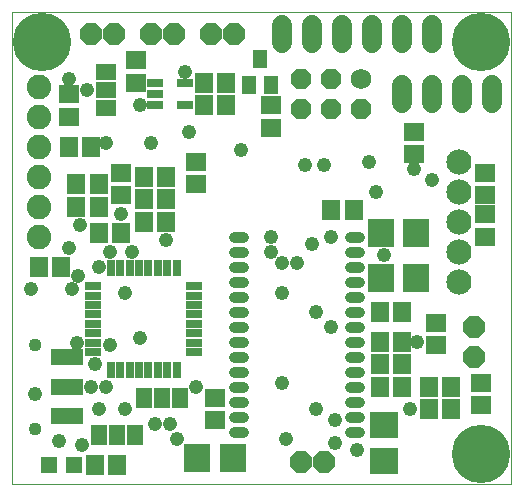
<source format=gts>
G75*
%MOIN*%
%OFA0B0*%
%FSLAX24Y24*%
%IPPOS*%
%LPD*%
%AMOC8*
5,1,8,0,0,1.08239X$1,22.5*
%
%ADD10C,0.0000*%
%ADD11C,0.1130*%
%ADD12C,0.0380*%
%ADD13C,0.0840*%
%ADD14R,0.0710X0.0592*%
%ADD15R,0.0300X0.0580*%
%ADD16R,0.0580X0.0300*%
%ADD17C,0.0820*%
%ADD18R,0.0592X0.0710*%
%ADD19R,0.0592X0.0671*%
%ADD20R,0.0671X0.0592*%
%ADD21R,0.0552X0.0297*%
%ADD22R,0.0710X0.0540*%
%ADD23R,0.0867X0.0946*%
%ADD24R,0.0946X0.0867*%
%ADD25C,0.0680*%
%ADD26OC8,0.0680*%
%ADD27C,0.0680*%
%ADD28R,0.0474X0.0631*%
%ADD29OC8,0.0710*%
%ADD30R,0.0552X0.0552*%
%ADD31R,0.1064X0.0552*%
%ADD32C,0.0434*%
%ADD33R,0.0540X0.0710*%
%ADD34C,0.0480*%
%ADD35C,0.1950*%
%ADD36C,0.0476*%
D10*
X000851Y000675D02*
X000851Y016421D01*
X017471Y016421D01*
X017471Y000675D01*
X000851Y000675D01*
X001424Y002527D02*
X001426Y002553D01*
X001432Y002579D01*
X001442Y002604D01*
X001455Y002627D01*
X001471Y002647D01*
X001491Y002665D01*
X001513Y002680D01*
X001536Y002692D01*
X001562Y002700D01*
X001588Y002704D01*
X001614Y002704D01*
X001640Y002700D01*
X001666Y002692D01*
X001690Y002680D01*
X001711Y002665D01*
X001731Y002647D01*
X001747Y002627D01*
X001760Y002604D01*
X001770Y002579D01*
X001776Y002553D01*
X001778Y002527D01*
X001776Y002501D01*
X001770Y002475D01*
X001760Y002450D01*
X001747Y002427D01*
X001731Y002407D01*
X001711Y002389D01*
X001689Y002374D01*
X001666Y002362D01*
X001640Y002354D01*
X001614Y002350D01*
X001588Y002350D01*
X001562Y002354D01*
X001536Y002362D01*
X001512Y002374D01*
X001491Y002389D01*
X001471Y002407D01*
X001455Y002427D01*
X001442Y002450D01*
X001432Y002475D01*
X001426Y002501D01*
X001424Y002527D01*
X001424Y005323D02*
X001426Y005349D01*
X001432Y005375D01*
X001442Y005400D01*
X001455Y005423D01*
X001471Y005443D01*
X001491Y005461D01*
X001513Y005476D01*
X001536Y005488D01*
X001562Y005496D01*
X001588Y005500D01*
X001614Y005500D01*
X001640Y005496D01*
X001666Y005488D01*
X001690Y005476D01*
X001711Y005461D01*
X001731Y005443D01*
X001747Y005423D01*
X001760Y005400D01*
X001770Y005375D01*
X001776Y005349D01*
X001778Y005323D01*
X001776Y005297D01*
X001770Y005271D01*
X001760Y005246D01*
X001747Y005223D01*
X001731Y005203D01*
X001711Y005185D01*
X001689Y005170D01*
X001666Y005158D01*
X001640Y005150D01*
X001614Y005146D01*
X001588Y005146D01*
X001562Y005150D01*
X001536Y005158D01*
X001512Y005170D01*
X001491Y005185D01*
X001471Y005203D01*
X001455Y005223D01*
X001442Y005246D01*
X001432Y005271D01*
X001426Y005297D01*
X001424Y005323D01*
X001326Y015425D02*
X001328Y015470D01*
X001334Y015515D01*
X001343Y015559D01*
X001357Y015602D01*
X001374Y015644D01*
X001394Y015684D01*
X001418Y015723D01*
X001446Y015759D01*
X001476Y015792D01*
X001509Y015823D01*
X001544Y015851D01*
X001582Y015876D01*
X001622Y015897D01*
X001663Y015915D01*
X001706Y015930D01*
X001750Y015940D01*
X001795Y015947D01*
X001840Y015950D01*
X001885Y015949D01*
X001930Y015944D01*
X001974Y015935D01*
X002018Y015923D01*
X002060Y015907D01*
X002100Y015887D01*
X002139Y015864D01*
X002176Y015837D01*
X002210Y015808D01*
X002242Y015776D01*
X002270Y015741D01*
X002296Y015704D01*
X002318Y015664D01*
X002337Y015623D01*
X002352Y015581D01*
X002364Y015537D01*
X002372Y015493D01*
X002376Y015448D01*
X002376Y015402D01*
X002372Y015357D01*
X002364Y015313D01*
X002352Y015269D01*
X002337Y015227D01*
X002318Y015186D01*
X002296Y015146D01*
X002270Y015109D01*
X002242Y015074D01*
X002210Y015042D01*
X002176Y015013D01*
X002139Y014986D01*
X002100Y014963D01*
X002060Y014943D01*
X002018Y014927D01*
X001974Y014915D01*
X001930Y014906D01*
X001885Y014901D01*
X001840Y014900D01*
X001795Y014903D01*
X001750Y014910D01*
X001706Y014920D01*
X001663Y014935D01*
X001622Y014953D01*
X001582Y014974D01*
X001544Y014999D01*
X001509Y015027D01*
X001476Y015058D01*
X001446Y015091D01*
X001418Y015127D01*
X001394Y015166D01*
X001374Y015206D01*
X001357Y015248D01*
X001343Y015291D01*
X001334Y015335D01*
X001328Y015380D01*
X001326Y015425D01*
X015951Y015425D02*
X015953Y015470D01*
X015959Y015515D01*
X015968Y015559D01*
X015982Y015602D01*
X015999Y015644D01*
X016019Y015684D01*
X016043Y015723D01*
X016071Y015759D01*
X016101Y015792D01*
X016134Y015823D01*
X016169Y015851D01*
X016207Y015876D01*
X016247Y015897D01*
X016288Y015915D01*
X016331Y015930D01*
X016375Y015940D01*
X016420Y015947D01*
X016465Y015950D01*
X016510Y015949D01*
X016555Y015944D01*
X016599Y015935D01*
X016643Y015923D01*
X016685Y015907D01*
X016725Y015887D01*
X016764Y015864D01*
X016801Y015837D01*
X016835Y015808D01*
X016867Y015776D01*
X016895Y015741D01*
X016921Y015704D01*
X016943Y015664D01*
X016962Y015623D01*
X016977Y015581D01*
X016989Y015537D01*
X016997Y015493D01*
X017001Y015448D01*
X017001Y015402D01*
X016997Y015357D01*
X016989Y015313D01*
X016977Y015269D01*
X016962Y015227D01*
X016943Y015186D01*
X016921Y015146D01*
X016895Y015109D01*
X016867Y015074D01*
X016835Y015042D01*
X016801Y015013D01*
X016764Y014986D01*
X016725Y014963D01*
X016685Y014943D01*
X016643Y014927D01*
X016599Y014915D01*
X016555Y014906D01*
X016510Y014901D01*
X016465Y014900D01*
X016420Y014903D01*
X016375Y014910D01*
X016331Y014920D01*
X016288Y014935D01*
X016247Y014953D01*
X016207Y014974D01*
X016169Y014999D01*
X016134Y015027D01*
X016101Y015058D01*
X016071Y015091D01*
X016043Y015127D01*
X016019Y015166D01*
X015999Y015206D01*
X015982Y015248D01*
X015968Y015291D01*
X015959Y015335D01*
X015953Y015380D01*
X015951Y015425D01*
X015951Y001675D02*
X015953Y001720D01*
X015959Y001765D01*
X015968Y001809D01*
X015982Y001852D01*
X015999Y001894D01*
X016019Y001934D01*
X016043Y001973D01*
X016071Y002009D01*
X016101Y002042D01*
X016134Y002073D01*
X016169Y002101D01*
X016207Y002126D01*
X016247Y002147D01*
X016288Y002165D01*
X016331Y002180D01*
X016375Y002190D01*
X016420Y002197D01*
X016465Y002200D01*
X016510Y002199D01*
X016555Y002194D01*
X016599Y002185D01*
X016643Y002173D01*
X016685Y002157D01*
X016725Y002137D01*
X016764Y002114D01*
X016801Y002087D01*
X016835Y002058D01*
X016867Y002026D01*
X016895Y001991D01*
X016921Y001954D01*
X016943Y001914D01*
X016962Y001873D01*
X016977Y001831D01*
X016989Y001787D01*
X016997Y001743D01*
X017001Y001698D01*
X017001Y001652D01*
X016997Y001607D01*
X016989Y001563D01*
X016977Y001519D01*
X016962Y001477D01*
X016943Y001436D01*
X016921Y001396D01*
X016895Y001359D01*
X016867Y001324D01*
X016835Y001292D01*
X016801Y001263D01*
X016764Y001236D01*
X016725Y001213D01*
X016685Y001193D01*
X016643Y001177D01*
X016599Y001165D01*
X016555Y001156D01*
X016510Y001151D01*
X016465Y001150D01*
X016420Y001153D01*
X016375Y001160D01*
X016331Y001170D01*
X016288Y001185D01*
X016247Y001203D01*
X016207Y001224D01*
X016169Y001249D01*
X016134Y001277D01*
X016101Y001308D01*
X016071Y001341D01*
X016043Y001377D01*
X016019Y001416D01*
X015999Y001456D01*
X015982Y001498D01*
X015968Y001541D01*
X015959Y001585D01*
X015953Y001630D01*
X015951Y001675D01*
D11*
X016476Y001675D03*
X016476Y015425D03*
X001851Y015425D03*
D12*
X008251Y008925D02*
X008551Y008925D01*
X008551Y008425D02*
X008251Y008425D01*
X008251Y007925D02*
X008551Y007925D01*
X008551Y007425D02*
X008251Y007425D01*
X008251Y006925D02*
X008551Y006925D01*
X008551Y006425D02*
X008251Y006425D01*
X008251Y005925D02*
X008551Y005925D01*
X008551Y005425D02*
X008251Y005425D01*
X008251Y004925D02*
X008551Y004925D01*
X008551Y004425D02*
X008251Y004425D01*
X008251Y003925D02*
X008551Y003925D01*
X008551Y003425D02*
X008251Y003425D01*
X008251Y002925D02*
X008551Y002925D01*
X008551Y002425D02*
X008251Y002425D01*
X012101Y002425D02*
X012401Y002425D01*
X012401Y002925D02*
X012101Y002925D01*
X012101Y003425D02*
X012401Y003425D01*
X012401Y003925D02*
X012101Y003925D01*
X012101Y004425D02*
X012401Y004425D01*
X012401Y004925D02*
X012101Y004925D01*
X012101Y005425D02*
X012401Y005425D01*
X012401Y005925D02*
X012101Y005925D01*
X012101Y006425D02*
X012401Y006425D01*
X012401Y006925D02*
X012101Y006925D01*
X012101Y007425D02*
X012401Y007425D01*
X012401Y007925D02*
X012101Y007925D01*
X012101Y008425D02*
X012401Y008425D01*
X012401Y008925D02*
X012101Y008925D01*
D13*
X015726Y008425D03*
X015726Y007425D03*
X015726Y009425D03*
X015726Y010425D03*
X015726Y011425D03*
D14*
X016601Y011049D03*
X016601Y010301D03*
X016601Y009674D03*
X016601Y008926D03*
X014976Y006049D03*
X014976Y005301D03*
X009476Y012551D03*
X009476Y013299D03*
X002726Y012926D03*
X002726Y013674D03*
D15*
X004124Y007865D03*
X004439Y007865D03*
X004754Y007865D03*
X005069Y007865D03*
X005384Y007865D03*
X005699Y007865D03*
X006014Y007865D03*
X006329Y007865D03*
X006329Y004485D03*
X006014Y004485D03*
X005699Y004485D03*
X005384Y004485D03*
X005069Y004485D03*
X004754Y004485D03*
X004439Y004485D03*
X004124Y004485D03*
D16*
X003536Y005073D03*
X003536Y005388D03*
X003536Y005703D03*
X003536Y006018D03*
X003536Y006332D03*
X003536Y006647D03*
X003536Y006962D03*
X003536Y007277D03*
X006916Y007277D03*
X006916Y006962D03*
X006916Y006647D03*
X006916Y006332D03*
X006916Y006018D03*
X006916Y005703D03*
X006916Y005388D03*
X006916Y005073D03*
D17*
X001726Y008925D03*
X001726Y009925D03*
X001726Y010925D03*
X001726Y011925D03*
X001726Y012925D03*
X001726Y013925D03*
D18*
X002727Y011925D03*
X003475Y011925D03*
X003725Y010675D03*
X002977Y010675D03*
X002977Y009925D03*
X003725Y009925D03*
X005227Y010175D03*
X005227Y010925D03*
X005975Y010925D03*
X005975Y010175D03*
X013102Y005425D03*
X013850Y005425D03*
X014727Y003925D03*
X015475Y003925D03*
X015475Y003175D03*
X014727Y003175D03*
X004350Y001300D03*
X003602Y001300D03*
D19*
X002475Y007925D03*
X001727Y007925D03*
X003727Y009050D03*
X004475Y009050D03*
X005227Y009425D03*
X005975Y009425D03*
X007227Y013300D03*
X007975Y013300D03*
X007975Y014050D03*
X007227Y014050D03*
X011477Y009800D03*
X012225Y009800D03*
X013102Y006425D03*
X013850Y006425D03*
X013850Y004675D03*
X013102Y004675D03*
X013102Y003925D03*
X013850Y003925D03*
D20*
X016476Y004049D03*
X016476Y003301D03*
X014226Y011676D03*
X014226Y012424D03*
X006976Y011424D03*
X006976Y010676D03*
X004476Y011049D03*
X004476Y010301D03*
X004976Y014051D03*
X004976Y014799D03*
X007601Y003549D03*
X007601Y002801D03*
D21*
X006613Y013301D03*
X006613Y014049D03*
X005590Y014049D03*
X005590Y013675D03*
X005590Y013301D03*
D22*
X003976Y013200D03*
X003976Y013800D03*
X003976Y014400D03*
D23*
X013136Y009050D03*
X014317Y009050D03*
X014317Y007550D03*
X013136Y007550D03*
X008192Y001550D03*
X007011Y001550D03*
D24*
X013226Y001459D03*
X013226Y002641D03*
D25*
X012476Y014175D03*
D26*
X011476Y014175D03*
X010476Y014175D03*
X010476Y013175D03*
X011476Y013175D03*
X012476Y013175D03*
D27*
X013851Y013375D02*
X013851Y013975D01*
X014851Y013975D02*
X014851Y013375D01*
X015851Y013375D02*
X015851Y013975D01*
X016851Y013975D02*
X016851Y013375D01*
X014851Y015375D02*
X014851Y015975D01*
X013851Y015975D02*
X013851Y015375D01*
X012851Y015375D02*
X012851Y015975D01*
X011851Y015975D02*
X011851Y015375D01*
X010851Y015375D02*
X010851Y015975D01*
X009851Y015975D02*
X009851Y015375D01*
D28*
X009101Y014858D03*
X008727Y013992D03*
X009475Y013992D03*
D29*
X008226Y015675D03*
X007476Y015675D03*
X006226Y015675D03*
X005476Y015675D03*
X004226Y015675D03*
X003476Y015675D03*
X016226Y005925D03*
X016226Y004925D03*
X011226Y001425D03*
X010476Y001425D03*
D30*
X002890Y001300D03*
X002063Y001300D03*
D31*
X002684Y002941D03*
X002684Y003925D03*
X002684Y004909D03*
D32*
X001601Y005323D03*
X001601Y002527D03*
D33*
X003751Y002300D03*
X004351Y002300D03*
X004951Y002300D03*
X005251Y003550D03*
X005851Y003550D03*
X006451Y003550D03*
D34*
X003601Y004675D03*
X001601Y003675D03*
X002414Y002113D03*
X009476Y008425D03*
X009476Y008925D03*
X010851Y008675D03*
X009851Y007050D03*
X010976Y006425D03*
X011476Y005925D03*
X009851Y004050D03*
X010976Y003175D03*
X011601Y002800D03*
X011601Y002050D03*
X012351Y001800D03*
X014101Y003175D03*
X014351Y005425D03*
X013226Y008300D03*
X012976Y010425D03*
X012726Y011425D03*
X011226Y011300D03*
X010601Y011300D03*
X008476Y011800D03*
X006726Y012425D03*
X005476Y012050D03*
X005101Y013300D03*
X005976Y008800D03*
X014226Y011175D03*
D35*
X016476Y015425D03*
X016476Y001675D03*
X001851Y015425D03*
D36*
X002726Y014175D03*
X003351Y013800D03*
X003976Y012050D03*
X004476Y009675D03*
X004101Y008425D03*
X003726Y007925D03*
X003039Y007613D03*
X002851Y007175D03*
X001476Y007175D03*
X002726Y008550D03*
X003101Y009300D03*
X004851Y008425D03*
X004601Y007050D03*
X005101Y005550D03*
X004101Y005300D03*
X003008Y005394D03*
X003476Y003925D03*
X003976Y003925D03*
X003726Y003175D03*
X004601Y003175D03*
X005601Y002675D03*
X006101Y002675D03*
X006351Y002175D03*
X006976Y003925D03*
X009976Y002175D03*
X009851Y008050D03*
X010351Y008050D03*
X011476Y008925D03*
X014851Y010800D03*
X006601Y014425D03*
X003164Y001988D03*
M02*

</source>
